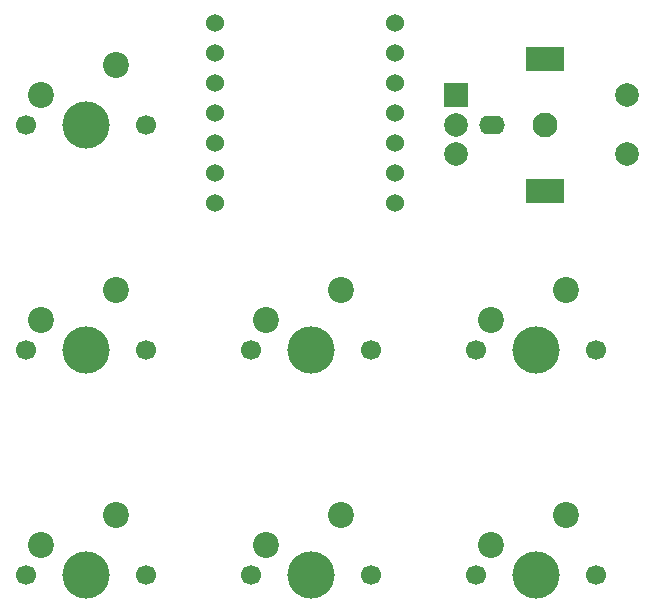
<source format=gbs>
G04 #@! TF.GenerationSoftware,KiCad,Pcbnew,9.0.2*
G04 #@! TF.CreationDate,2025-06-17T21:40:11-05:00*
G04 #@! TF.ProjectId,hackapad_but_kerbal,6861636b-6170-4616-945f-6275745f6b65,rev?*
G04 #@! TF.SameCoordinates,Original*
G04 #@! TF.FileFunction,Soldermask,Bot*
G04 #@! TF.FilePolarity,Negative*
%FSLAX46Y46*%
G04 Gerber Fmt 4.6, Leading zero omitted, Abs format (unit mm)*
G04 Created by KiCad (PCBNEW 9.0.2) date 2025-06-17 21:40:11*
%MOMM*%
%LPD*%
G01*
G04 APERTURE LIST*
%ADD10C,1.700000*%
%ADD11C,4.000000*%
%ADD12C,2.200000*%
%ADD13O,2.200000X1.600000*%
%ADD14C,2.100000*%
%ADD15R,2.000000X2.000000*%
%ADD16C,2.000000*%
%ADD17R,3.200000X2.000000*%
%ADD18C,1.524000*%
G04 APERTURE END LIST*
D10*
G04 #@! TO.C,SW1*
X102940000Y-92441250D03*
D11*
X108020000Y-92441250D03*
D10*
X113100000Y-92441250D03*
D12*
X110560000Y-87361250D03*
X104210000Y-89901250D03*
G04 #@! TD*
D10*
G04 #@! TO.C,SW4*
X121990000Y-111500000D03*
D11*
X127070000Y-111500000D03*
D10*
X132150000Y-111500000D03*
D12*
X129610000Y-106420000D03*
X123260000Y-108960000D03*
G04 #@! TD*
D13*
G04 #@! TO.C,SW7*
X142376250Y-73400000D03*
D14*
X146876250Y-73400000D03*
D15*
X139376250Y-70900000D03*
D16*
X139376250Y-75900000D03*
X139376250Y-73400000D03*
D17*
X146876250Y-67800000D03*
X146876250Y-79000000D03*
D16*
X153876250Y-75900000D03*
X153876250Y-70900000D03*
G04 #@! TD*
D10*
G04 #@! TO.C,SW2*
X102940000Y-111491250D03*
D11*
X108020000Y-111491250D03*
D10*
X113100000Y-111491250D03*
D12*
X110560000Y-106411250D03*
X104210000Y-108951250D03*
G04 #@! TD*
D10*
G04 #@! TO.C,SW5*
X141040000Y-92450000D03*
D11*
X146120000Y-92450000D03*
D10*
X151200000Y-92450000D03*
D12*
X148660000Y-87370000D03*
X142310000Y-89910000D03*
G04 #@! TD*
D10*
G04 #@! TO.C,SW3*
X121990000Y-92441250D03*
D11*
X127070000Y-92441250D03*
D10*
X132150000Y-92441250D03*
D12*
X129610000Y-87361250D03*
X123260000Y-89901250D03*
G04 #@! TD*
D18*
G04 #@! TO.C,U1*
X118960000Y-64800000D03*
X118960000Y-67340000D03*
X118960000Y-69880000D03*
X118960000Y-72420000D03*
X118960000Y-74960000D03*
X118960000Y-77500000D03*
X118960000Y-80040000D03*
X134200000Y-80040000D03*
X134200000Y-77500000D03*
X134200000Y-74960000D03*
X134200000Y-72420000D03*
X134200000Y-69880000D03*
X134200000Y-67340000D03*
X134200000Y-64800000D03*
G04 #@! TD*
D10*
G04 #@! TO.C,SW6*
X141040000Y-111500000D03*
D11*
X146120000Y-111500000D03*
D10*
X151200000Y-111500000D03*
D12*
X148660000Y-106420000D03*
X142310000Y-108960000D03*
G04 #@! TD*
D10*
G04 #@! TO.C,SW8*
X102920000Y-73400000D03*
D11*
X108000000Y-73400000D03*
D10*
X113080000Y-73400000D03*
D12*
X110540000Y-68320000D03*
X104190000Y-70860000D03*
G04 #@! TD*
M02*

</source>
